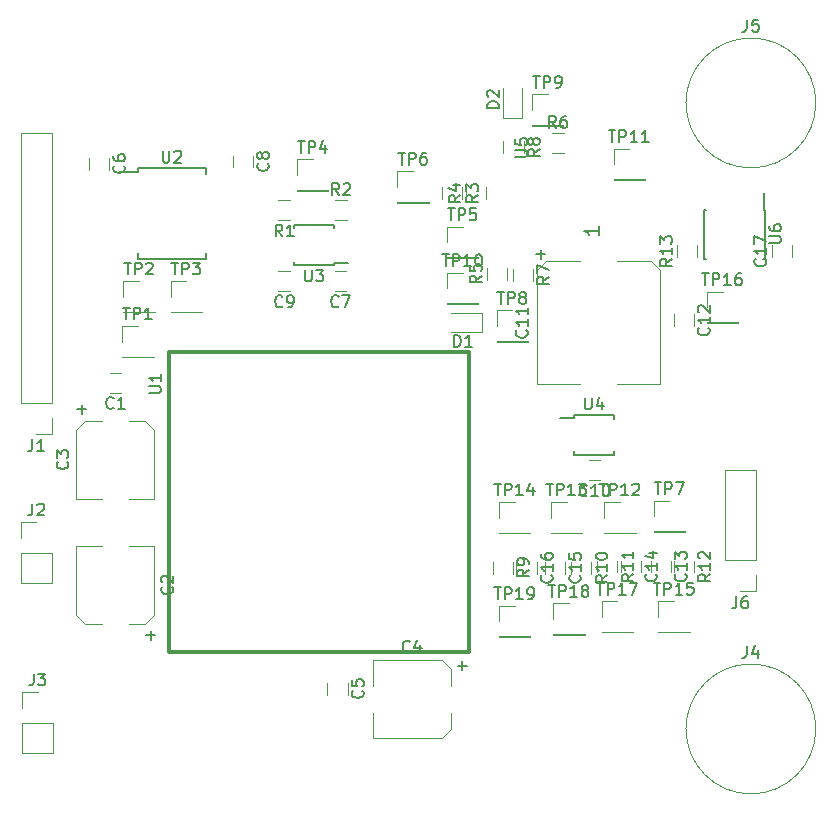
<source format=gbr>
%TF.GenerationSoftware,KiCad,Pcbnew,(5.1.8)-1*%
%TF.CreationDate,2020-12-02T17:51:49+01:00*%
%TF.ProjectId,board,626f6172-642e-46b6-9963-61645f706362,rev?*%
%TF.SameCoordinates,Original*%
%TF.FileFunction,Legend,Top*%
%TF.FilePolarity,Positive*%
%FSLAX46Y46*%
G04 Gerber Fmt 4.6, Leading zero omitted, Abs format (unit mm)*
G04 Created by KiCad (PCBNEW (5.1.8)-1) date 2020-12-02 17:51:49*
%MOMM*%
%LPD*%
G01*
G04 APERTURE LIST*
%ADD10C,0.120000*%
%ADD11C,0.300000*%
%ADD12C,0.150000*%
G04 APERTURE END LIST*
D10*
%TO.C,J6*%
X115430000Y-77730000D02*
X114100000Y-77730000D01*
X115430000Y-76400000D02*
X115430000Y-77730000D01*
X115430000Y-75130000D02*
X112770000Y-75130000D01*
X112770000Y-75130000D02*
X112770000Y-67450000D01*
X115430000Y-75130000D02*
X115430000Y-67450000D01*
X115430000Y-67450000D02*
X112770000Y-67450000D01*
%TO.C,C1*%
X60700000Y-60950000D02*
X61700000Y-60950000D01*
X61700000Y-59250000D02*
X60700000Y-59250000D01*
%TO.C,C2*%
X57900000Y-79740000D02*
X57900000Y-73900000D01*
X58660000Y-80500000D02*
X57900000Y-79740000D01*
X64500000Y-79740000D02*
X63740000Y-80500000D01*
X64500000Y-73900000D02*
X64500000Y-79740000D01*
X58660000Y-80500000D02*
X60080000Y-80500000D01*
X57900000Y-73900000D02*
X60080000Y-73900000D01*
X64500000Y-73900000D02*
X62320000Y-73900000D01*
X63740000Y-80500000D02*
X62320000Y-80500000D01*
%TO.C,C3*%
X58660000Y-63300000D02*
X60080000Y-63300000D01*
X57900000Y-69900000D02*
X60080000Y-69900000D01*
X64500000Y-69900000D02*
X62320000Y-69900000D01*
X63740000Y-63300000D02*
X62320000Y-63300000D01*
X57900000Y-69900000D02*
X57900000Y-64060000D01*
X57900000Y-64060000D02*
X58660000Y-63300000D01*
X63740000Y-63300000D02*
X64500000Y-64060000D01*
X64500000Y-64060000D02*
X64500000Y-69900000D01*
%TO.C,C4*%
X88840000Y-90200000D02*
X83000000Y-90200000D01*
X89600000Y-89440000D02*
X88840000Y-90200000D01*
X88840000Y-83600000D02*
X89600000Y-84360000D01*
X83000000Y-83600000D02*
X88840000Y-83600000D01*
X89600000Y-89440000D02*
X89600000Y-88020000D01*
X83000000Y-90200000D02*
X83000000Y-88020000D01*
X83000000Y-83600000D02*
X83000000Y-85780000D01*
X89600000Y-84360000D02*
X89600000Y-85780000D01*
%TO.C,C5*%
X79150000Y-85500000D02*
X79150000Y-86500000D01*
X80850000Y-86500000D02*
X80850000Y-85500000D01*
%TO.C,C6*%
X58950000Y-41050000D02*
X58950000Y-42050000D01*
X60650000Y-42050000D02*
X60650000Y-41050000D01*
%TO.C,C7*%
X80750000Y-50650000D02*
X79750000Y-50650000D01*
X79750000Y-52350000D02*
X80750000Y-52350000D01*
%TO.C,C8*%
X72850000Y-41850000D02*
X72850000Y-40850000D01*
X71150000Y-40850000D02*
X71150000Y-41850000D01*
%TO.C,C9*%
X75000000Y-52350000D02*
X76000000Y-52350000D01*
X76000000Y-50650000D02*
X75000000Y-50650000D01*
%TO.C,C10*%
X101250000Y-68350000D02*
X102250000Y-68350000D01*
X102250000Y-66650000D02*
X101250000Y-66650000D01*
%TO.C,C11*%
X107310000Y-50550000D02*
X107310000Y-60210000D01*
X106550000Y-49790000D02*
X107310000Y-50550000D01*
X96890000Y-50550000D02*
X97650000Y-49790000D01*
X96890000Y-60210000D02*
X96890000Y-50550000D01*
X107310000Y-60210000D02*
X103660000Y-60210000D01*
X96890000Y-60210000D02*
X100540000Y-60210000D01*
X97650000Y-49790000D02*
X100540000Y-49790000D01*
X106550000Y-49790000D02*
X103660000Y-49790000D01*
%TO.C,C12*%
X110150000Y-55300000D02*
X110150000Y-54300000D01*
X108450000Y-54300000D02*
X108450000Y-55300000D01*
%TO.C,C13*%
X106500000Y-75150000D02*
X106500000Y-76150000D01*
X108200000Y-76150000D02*
X108200000Y-75150000D01*
%TO.C,C14*%
X105700000Y-76150000D02*
X105700000Y-75150000D01*
X104000000Y-75150000D02*
X104000000Y-76150000D01*
%TO.C,C15*%
X97550000Y-75250000D02*
X97550000Y-76250000D01*
X99250000Y-76250000D02*
X99250000Y-75250000D01*
%TO.C,C16*%
X96850000Y-76250000D02*
X96850000Y-75250000D01*
X95150000Y-75250000D02*
X95150000Y-76250000D01*
%TO.C,C17*%
X116750000Y-48450000D02*
X116750000Y-49450000D01*
X118450000Y-49450000D02*
X118450000Y-48450000D01*
%TO.C,D1*%
X92200000Y-55800000D02*
X89600000Y-55800000D01*
X92200000Y-54200000D02*
X89600000Y-54200000D01*
X92200000Y-55800000D02*
X92200000Y-54200000D01*
%TO.C,D2*%
X94000000Y-37700000D02*
X95600000Y-37700000D01*
X95600000Y-37700000D02*
X95600000Y-35100000D01*
X94000000Y-37700000D02*
X94000000Y-35100000D01*
%TO.C,J1*%
X55830000Y-64430000D02*
X54500000Y-64430000D01*
X55830000Y-63100000D02*
X55830000Y-64430000D01*
X55830000Y-61830000D02*
X53170000Y-61830000D01*
X53170000Y-61830000D02*
X53170000Y-38910000D01*
X55830000Y-61830000D02*
X55830000Y-38910000D01*
X55830000Y-38910000D02*
X53170000Y-38910000D01*
%TO.C,J2*%
X53170000Y-71870000D02*
X54500000Y-71870000D01*
X53170000Y-73200000D02*
X53170000Y-71870000D01*
X53170000Y-74470000D02*
X55830000Y-74470000D01*
X55830000Y-74470000D02*
X55830000Y-77070000D01*
X53170000Y-74470000D02*
X53170000Y-77070000D01*
X53170000Y-77070000D02*
X55830000Y-77070000D01*
%TO.C,J3*%
X53270000Y-91470000D02*
X55930000Y-91470000D01*
X53270000Y-88870000D02*
X53270000Y-91470000D01*
X55930000Y-88870000D02*
X55930000Y-91470000D01*
X53270000Y-88870000D02*
X55930000Y-88870000D01*
X53270000Y-87600000D02*
X53270000Y-86270000D01*
X53270000Y-86270000D02*
X54600000Y-86270000D01*
%TO.C,J4*%
X120500000Y-89400000D02*
G75*
G03*
X120500000Y-89400000I-5500000J0D01*
G01*
%TO.C,J5*%
X120500000Y-36400000D02*
G75*
G03*
X120500000Y-36400000I-5500000J0D01*
G01*
%TO.C,R1*%
X76000000Y-44650000D02*
X75000000Y-44650000D01*
X75000000Y-46350000D02*
X76000000Y-46350000D01*
%TO.C,R2*%
X80800000Y-44650000D02*
X79800000Y-44650000D01*
X79800000Y-46350000D02*
X80800000Y-46350000D01*
%TO.C,R3*%
X90550000Y-44550000D02*
X90550000Y-43550000D01*
X88850000Y-43550000D02*
X88850000Y-44550000D01*
%TO.C,R4*%
X90850000Y-43550000D02*
X90850000Y-44550000D01*
X92550000Y-44550000D02*
X92550000Y-43550000D01*
%TO.C,R5*%
X92650000Y-50350000D02*
X92650000Y-51350000D01*
X94350000Y-51350000D02*
X94350000Y-50350000D01*
%TO.C,R6*%
X98150000Y-40650000D02*
X99150000Y-40650000D01*
X99150000Y-38950000D02*
X98150000Y-38950000D01*
%TO.C,R7*%
X94850000Y-50450000D02*
X94850000Y-51450000D01*
X96550000Y-51450000D02*
X96550000Y-50450000D01*
%TO.C,R8*%
X94050000Y-39650000D02*
X94050000Y-40650000D01*
X95750000Y-40650000D02*
X95750000Y-39650000D01*
%TO.C,R9*%
X93150000Y-75250000D02*
X93150000Y-76250000D01*
X94850000Y-76250000D02*
X94850000Y-75250000D01*
%TO.C,R10*%
X99800000Y-75250000D02*
X99800000Y-76250000D01*
X101500000Y-76250000D02*
X101500000Y-75250000D01*
%TO.C,R11*%
X103700000Y-76150000D02*
X103700000Y-75150000D01*
X102000000Y-75150000D02*
X102000000Y-76150000D01*
%TO.C,R12*%
X108500000Y-75150000D02*
X108500000Y-76150000D01*
X110200000Y-76150000D02*
X110200000Y-75150000D01*
%TO.C,R13*%
X110450000Y-49450000D02*
X110450000Y-48450000D01*
X108750000Y-48450000D02*
X108750000Y-49450000D01*
%TO.C,TP1*%
X61770000Y-55270000D02*
X63100000Y-55270000D01*
X61770000Y-56600000D02*
X61770000Y-55270000D01*
X61770000Y-57870000D02*
X64430000Y-57870000D01*
X64430000Y-57870000D02*
X64430000Y-57930000D01*
X61770000Y-57870000D02*
X61770000Y-57930000D01*
X61770000Y-57930000D02*
X64430000Y-57930000D01*
%TO.C,TP2*%
X61870000Y-51470000D02*
X63200000Y-51470000D01*
X61870000Y-52800000D02*
X61870000Y-51470000D01*
X61870000Y-54070000D02*
X64530000Y-54070000D01*
X64530000Y-54070000D02*
X64530000Y-54130000D01*
X61870000Y-54070000D02*
X61870000Y-54130000D01*
X61870000Y-54130000D02*
X64530000Y-54130000D01*
%TO.C,TP3*%
X65870000Y-54130000D02*
X68530000Y-54130000D01*
X65870000Y-54070000D02*
X65870000Y-54130000D01*
X68530000Y-54070000D02*
X68530000Y-54130000D01*
X65870000Y-54070000D02*
X68530000Y-54070000D01*
X65870000Y-52800000D02*
X65870000Y-51470000D01*
X65870000Y-51470000D02*
X67200000Y-51470000D01*
%TO.C,TP4*%
X76570000Y-43830000D02*
X79230000Y-43830000D01*
X76570000Y-43770000D02*
X76570000Y-43830000D01*
X79230000Y-43770000D02*
X79230000Y-43830000D01*
X76570000Y-43770000D02*
X79230000Y-43770000D01*
X76570000Y-42500000D02*
X76570000Y-41170000D01*
X76570000Y-41170000D02*
X77900000Y-41170000D01*
%TO.C,TP5*%
X89270000Y-49530000D02*
X91930000Y-49530000D01*
X89270000Y-49470000D02*
X89270000Y-49530000D01*
X91930000Y-49470000D02*
X91930000Y-49530000D01*
X89270000Y-49470000D02*
X91930000Y-49470000D01*
X89270000Y-48200000D02*
X89270000Y-46870000D01*
X89270000Y-46870000D02*
X90600000Y-46870000D01*
%TO.C,TP6*%
X85070000Y-42170000D02*
X86400000Y-42170000D01*
X85070000Y-43500000D02*
X85070000Y-42170000D01*
X85070000Y-44770000D02*
X87730000Y-44770000D01*
X87730000Y-44770000D02*
X87730000Y-44830000D01*
X85070000Y-44770000D02*
X85070000Y-44830000D01*
X85070000Y-44830000D02*
X87730000Y-44830000D01*
%TO.C,TP7*%
X106770000Y-72730000D02*
X109430000Y-72730000D01*
X106770000Y-72670000D02*
X106770000Y-72730000D01*
X109430000Y-72670000D02*
X109430000Y-72730000D01*
X106770000Y-72670000D02*
X109430000Y-72670000D01*
X106770000Y-71400000D02*
X106770000Y-70070000D01*
X106770000Y-70070000D02*
X108100000Y-70070000D01*
%TO.C,TP8*%
X93470000Y-53970000D02*
X94800000Y-53970000D01*
X93470000Y-55300000D02*
X93470000Y-53970000D01*
X93470000Y-56570000D02*
X96130000Y-56570000D01*
X96130000Y-56570000D02*
X96130000Y-56630000D01*
X93470000Y-56570000D02*
X93470000Y-56630000D01*
X93470000Y-56630000D02*
X96130000Y-56630000D01*
%TO.C,TP9*%
X96470000Y-35670000D02*
X97800000Y-35670000D01*
X96470000Y-37000000D02*
X96470000Y-35670000D01*
X96470000Y-38270000D02*
X99130000Y-38270000D01*
X99130000Y-38270000D02*
X99130000Y-38330000D01*
X96470000Y-38270000D02*
X96470000Y-38330000D01*
X96470000Y-38330000D02*
X99130000Y-38330000D01*
%TO.C,TP10*%
X89270000Y-50770000D02*
X90600000Y-50770000D01*
X89270000Y-52100000D02*
X89270000Y-50770000D01*
X89270000Y-53370000D02*
X91930000Y-53370000D01*
X91930000Y-53370000D02*
X91930000Y-53430000D01*
X89270000Y-53370000D02*
X89270000Y-53430000D01*
X89270000Y-53430000D02*
X91930000Y-53430000D01*
%TO.C,TP11*%
X103370000Y-42930000D02*
X106030000Y-42930000D01*
X103370000Y-42870000D02*
X103370000Y-42930000D01*
X106030000Y-42870000D02*
X106030000Y-42930000D01*
X103370000Y-42870000D02*
X106030000Y-42870000D01*
X103370000Y-41600000D02*
X103370000Y-40270000D01*
X103370000Y-40270000D02*
X104700000Y-40270000D01*
%TO.C,TP12*%
X102570000Y-70170000D02*
X103900000Y-70170000D01*
X102570000Y-71500000D02*
X102570000Y-70170000D01*
X102570000Y-72770000D02*
X105230000Y-72770000D01*
X105230000Y-72770000D02*
X105230000Y-72830000D01*
X102570000Y-72770000D02*
X102570000Y-72830000D01*
X102570000Y-72830000D02*
X105230000Y-72830000D01*
%TO.C,TP13*%
X98070000Y-72830000D02*
X100730000Y-72830000D01*
X98070000Y-72770000D02*
X98070000Y-72830000D01*
X100730000Y-72770000D02*
X100730000Y-72830000D01*
X98070000Y-72770000D02*
X100730000Y-72770000D01*
X98070000Y-71500000D02*
X98070000Y-70170000D01*
X98070000Y-70170000D02*
X99400000Y-70170000D01*
%TO.C,TP14*%
X93670000Y-70170000D02*
X95000000Y-70170000D01*
X93670000Y-71500000D02*
X93670000Y-70170000D01*
X93670000Y-72770000D02*
X96330000Y-72770000D01*
X96330000Y-72770000D02*
X96330000Y-72830000D01*
X93670000Y-72770000D02*
X93670000Y-72830000D01*
X93670000Y-72830000D02*
X96330000Y-72830000D01*
%TO.C,TP15*%
X107170000Y-81230000D02*
X109830000Y-81230000D01*
X107170000Y-81170000D02*
X107170000Y-81230000D01*
X109830000Y-81170000D02*
X109830000Y-81230000D01*
X107170000Y-81170000D02*
X109830000Y-81170000D01*
X107170000Y-79900000D02*
X107170000Y-78570000D01*
X107170000Y-78570000D02*
X108500000Y-78570000D01*
%TO.C,TP16*%
X111270000Y-55030000D02*
X113930000Y-55030000D01*
X111270000Y-54970000D02*
X111270000Y-55030000D01*
X113930000Y-54970000D02*
X113930000Y-55030000D01*
X111270000Y-54970000D02*
X113930000Y-54970000D01*
X111270000Y-53700000D02*
X111270000Y-52370000D01*
X111270000Y-52370000D02*
X112600000Y-52370000D01*
%TO.C,TP17*%
X102370000Y-81230000D02*
X105030000Y-81230000D01*
X102370000Y-81170000D02*
X102370000Y-81230000D01*
X105030000Y-81170000D02*
X105030000Y-81230000D01*
X102370000Y-81170000D02*
X105030000Y-81170000D01*
X102370000Y-79900000D02*
X102370000Y-78570000D01*
X102370000Y-78570000D02*
X103700000Y-78570000D01*
%TO.C,TP18*%
X98270000Y-78770000D02*
X99600000Y-78770000D01*
X98270000Y-80100000D02*
X98270000Y-78770000D01*
X98270000Y-81370000D02*
X100930000Y-81370000D01*
X100930000Y-81370000D02*
X100930000Y-81430000D01*
X98270000Y-81370000D02*
X98270000Y-81430000D01*
X98270000Y-81430000D02*
X100930000Y-81430000D01*
%TO.C,TP19*%
X93670000Y-78970000D02*
X95000000Y-78970000D01*
X93670000Y-80300000D02*
X93670000Y-78970000D01*
X93670000Y-81570000D02*
X96330000Y-81570000D01*
X96330000Y-81570000D02*
X96330000Y-81630000D01*
X93670000Y-81570000D02*
X93670000Y-81630000D01*
X93670000Y-81630000D02*
X96330000Y-81630000D01*
D11*
%TO.C,U1*%
X91140000Y-57500000D02*
X65740000Y-57500000D01*
X65740000Y-57500000D02*
X65740000Y-82900000D01*
X65740000Y-82900000D02*
X91140000Y-82900000D01*
X91140000Y-82900000D02*
X91140000Y-57500000D01*
D12*
%TO.C,U2*%
X63075000Y-42275000D02*
X61475000Y-42275000D01*
X63075000Y-49575000D02*
X68825000Y-49575000D01*
X63075000Y-41925000D02*
X68825000Y-41925000D01*
X63075000Y-49575000D02*
X63075000Y-49125000D01*
X68825000Y-49575000D02*
X68825000Y-49125000D01*
X68825000Y-41925000D02*
X68825000Y-42375000D01*
X63075000Y-41925000D02*
X63075000Y-42275000D01*
%TO.C,U3*%
X79675000Y-49950000D02*
X80925000Y-49950000D01*
X79675000Y-46775000D02*
X76325000Y-46775000D01*
X79675000Y-50125000D02*
X76325000Y-50125000D01*
X79675000Y-46775000D02*
X79675000Y-47025000D01*
X76325000Y-46775000D02*
X76325000Y-47025000D01*
X76325000Y-50125000D02*
X76325000Y-49875000D01*
X79675000Y-50125000D02*
X79675000Y-49950000D01*
%TO.C,U4*%
X100025000Y-63050000D02*
X98800000Y-63050000D01*
X100025000Y-66175000D02*
X103375000Y-66175000D01*
X100025000Y-62825000D02*
X103375000Y-62825000D01*
X100025000Y-66175000D02*
X100025000Y-65875000D01*
X103375000Y-66175000D02*
X103375000Y-65875000D01*
X103375000Y-62825000D02*
X103375000Y-63125000D01*
X100025000Y-62825000D02*
X100025000Y-63050000D01*
%TO.C,U6*%
X116125000Y-45425000D02*
X116125000Y-44025000D01*
X111025000Y-45425000D02*
X111025000Y-49575000D01*
X116175000Y-45425000D02*
X116175000Y-49575000D01*
X111025000Y-45425000D02*
X111170000Y-45425000D01*
X111025000Y-49575000D02*
X111170000Y-49575000D01*
X116175000Y-49575000D02*
X116030000Y-49575000D01*
X116175000Y-45425000D02*
X116125000Y-45425000D01*
%TO.C,J6*%
X113766666Y-78182380D02*
X113766666Y-78896666D01*
X113719047Y-79039523D01*
X113623809Y-79134761D01*
X113480952Y-79182380D01*
X113385714Y-79182380D01*
X114671428Y-78182380D02*
X114480952Y-78182380D01*
X114385714Y-78230000D01*
X114338095Y-78277619D01*
X114242857Y-78420476D01*
X114195238Y-78610952D01*
X114195238Y-78991904D01*
X114242857Y-79087142D01*
X114290476Y-79134761D01*
X114385714Y-79182380D01*
X114576190Y-79182380D01*
X114671428Y-79134761D01*
X114719047Y-79087142D01*
X114766666Y-78991904D01*
X114766666Y-78753809D01*
X114719047Y-78658571D01*
X114671428Y-78610952D01*
X114576190Y-78563333D01*
X114385714Y-78563333D01*
X114290476Y-78610952D01*
X114242857Y-78658571D01*
X114195238Y-78753809D01*
%TO.C,C1*%
X61033333Y-62207142D02*
X60985714Y-62254761D01*
X60842857Y-62302380D01*
X60747619Y-62302380D01*
X60604761Y-62254761D01*
X60509523Y-62159523D01*
X60461904Y-62064285D01*
X60414285Y-61873809D01*
X60414285Y-61730952D01*
X60461904Y-61540476D01*
X60509523Y-61445238D01*
X60604761Y-61350000D01*
X60747619Y-61302380D01*
X60842857Y-61302380D01*
X60985714Y-61350000D01*
X61033333Y-61397619D01*
X61985714Y-62302380D02*
X61414285Y-62302380D01*
X61700000Y-62302380D02*
X61700000Y-61302380D01*
X61604761Y-61445238D01*
X61509523Y-61540476D01*
X61414285Y-61588095D01*
%TO.C,C2*%
X65987142Y-77366666D02*
X66034761Y-77414285D01*
X66082380Y-77557142D01*
X66082380Y-77652380D01*
X66034761Y-77795238D01*
X65939523Y-77890476D01*
X65844285Y-77938095D01*
X65653809Y-77985714D01*
X65510952Y-77985714D01*
X65320476Y-77938095D01*
X65225238Y-77890476D01*
X65130000Y-77795238D01*
X65082380Y-77652380D01*
X65082380Y-77557142D01*
X65130000Y-77414285D01*
X65177619Y-77366666D01*
X65177619Y-76985714D02*
X65130000Y-76938095D01*
X65082380Y-76842857D01*
X65082380Y-76604761D01*
X65130000Y-76509523D01*
X65177619Y-76461904D01*
X65272857Y-76414285D01*
X65368095Y-76414285D01*
X65510952Y-76461904D01*
X66082380Y-77033333D01*
X66082380Y-76414285D01*
X64181428Y-81860952D02*
X64181428Y-81099047D01*
X64562380Y-81480000D02*
X63800476Y-81480000D01*
%TO.C,C3*%
X57127142Y-66766666D02*
X57174761Y-66814285D01*
X57222380Y-66957142D01*
X57222380Y-67052380D01*
X57174761Y-67195238D01*
X57079523Y-67290476D01*
X56984285Y-67338095D01*
X56793809Y-67385714D01*
X56650952Y-67385714D01*
X56460476Y-67338095D01*
X56365238Y-67290476D01*
X56270000Y-67195238D01*
X56222380Y-67052380D01*
X56222380Y-66957142D01*
X56270000Y-66814285D01*
X56317619Y-66766666D01*
X56222380Y-66433333D02*
X56222380Y-65814285D01*
X56603333Y-66147619D01*
X56603333Y-66004761D01*
X56650952Y-65909523D01*
X56698571Y-65861904D01*
X56793809Y-65814285D01*
X57031904Y-65814285D01*
X57127142Y-65861904D01*
X57174761Y-65909523D01*
X57222380Y-66004761D01*
X57222380Y-66290476D01*
X57174761Y-66385714D01*
X57127142Y-66433333D01*
X58361428Y-62700952D02*
X58361428Y-61939047D01*
X58742380Y-62320000D02*
X57980476Y-62320000D01*
%TO.C,C4*%
X86133333Y-82827142D02*
X86085714Y-82874761D01*
X85942857Y-82922380D01*
X85847619Y-82922380D01*
X85704761Y-82874761D01*
X85609523Y-82779523D01*
X85561904Y-82684285D01*
X85514285Y-82493809D01*
X85514285Y-82350952D01*
X85561904Y-82160476D01*
X85609523Y-82065238D01*
X85704761Y-81970000D01*
X85847619Y-81922380D01*
X85942857Y-81922380D01*
X86085714Y-81970000D01*
X86133333Y-82017619D01*
X86990476Y-82255714D02*
X86990476Y-82922380D01*
X86752380Y-81874761D02*
X86514285Y-82589047D01*
X87133333Y-82589047D01*
X90199047Y-84061428D02*
X90960952Y-84061428D01*
X90580000Y-84442380D02*
X90580000Y-83680476D01*
%TO.C,C5*%
X82107142Y-86166666D02*
X82154761Y-86214285D01*
X82202380Y-86357142D01*
X82202380Y-86452380D01*
X82154761Y-86595238D01*
X82059523Y-86690476D01*
X81964285Y-86738095D01*
X81773809Y-86785714D01*
X81630952Y-86785714D01*
X81440476Y-86738095D01*
X81345238Y-86690476D01*
X81250000Y-86595238D01*
X81202380Y-86452380D01*
X81202380Y-86357142D01*
X81250000Y-86214285D01*
X81297619Y-86166666D01*
X81202380Y-85261904D02*
X81202380Y-85738095D01*
X81678571Y-85785714D01*
X81630952Y-85738095D01*
X81583333Y-85642857D01*
X81583333Y-85404761D01*
X81630952Y-85309523D01*
X81678571Y-85261904D01*
X81773809Y-85214285D01*
X82011904Y-85214285D01*
X82107142Y-85261904D01*
X82154761Y-85309523D01*
X82202380Y-85404761D01*
X82202380Y-85642857D01*
X82154761Y-85738095D01*
X82107142Y-85785714D01*
%TO.C,C6*%
X61907142Y-41716666D02*
X61954761Y-41764285D01*
X62002380Y-41907142D01*
X62002380Y-42002380D01*
X61954761Y-42145238D01*
X61859523Y-42240476D01*
X61764285Y-42288095D01*
X61573809Y-42335714D01*
X61430952Y-42335714D01*
X61240476Y-42288095D01*
X61145238Y-42240476D01*
X61050000Y-42145238D01*
X61002380Y-42002380D01*
X61002380Y-41907142D01*
X61050000Y-41764285D01*
X61097619Y-41716666D01*
X61002380Y-40859523D02*
X61002380Y-41050000D01*
X61050000Y-41145238D01*
X61097619Y-41192857D01*
X61240476Y-41288095D01*
X61430952Y-41335714D01*
X61811904Y-41335714D01*
X61907142Y-41288095D01*
X61954761Y-41240476D01*
X62002380Y-41145238D01*
X62002380Y-40954761D01*
X61954761Y-40859523D01*
X61907142Y-40811904D01*
X61811904Y-40764285D01*
X61573809Y-40764285D01*
X61478571Y-40811904D01*
X61430952Y-40859523D01*
X61383333Y-40954761D01*
X61383333Y-41145238D01*
X61430952Y-41240476D01*
X61478571Y-41288095D01*
X61573809Y-41335714D01*
%TO.C,C7*%
X80083333Y-53607142D02*
X80035714Y-53654761D01*
X79892857Y-53702380D01*
X79797619Y-53702380D01*
X79654761Y-53654761D01*
X79559523Y-53559523D01*
X79511904Y-53464285D01*
X79464285Y-53273809D01*
X79464285Y-53130952D01*
X79511904Y-52940476D01*
X79559523Y-52845238D01*
X79654761Y-52750000D01*
X79797619Y-52702380D01*
X79892857Y-52702380D01*
X80035714Y-52750000D01*
X80083333Y-52797619D01*
X80416666Y-52702380D02*
X81083333Y-52702380D01*
X80654761Y-53702380D01*
%TO.C,C8*%
X74107142Y-41516666D02*
X74154761Y-41564285D01*
X74202380Y-41707142D01*
X74202380Y-41802380D01*
X74154761Y-41945238D01*
X74059523Y-42040476D01*
X73964285Y-42088095D01*
X73773809Y-42135714D01*
X73630952Y-42135714D01*
X73440476Y-42088095D01*
X73345238Y-42040476D01*
X73250000Y-41945238D01*
X73202380Y-41802380D01*
X73202380Y-41707142D01*
X73250000Y-41564285D01*
X73297619Y-41516666D01*
X73630952Y-40945238D02*
X73583333Y-41040476D01*
X73535714Y-41088095D01*
X73440476Y-41135714D01*
X73392857Y-41135714D01*
X73297619Y-41088095D01*
X73250000Y-41040476D01*
X73202380Y-40945238D01*
X73202380Y-40754761D01*
X73250000Y-40659523D01*
X73297619Y-40611904D01*
X73392857Y-40564285D01*
X73440476Y-40564285D01*
X73535714Y-40611904D01*
X73583333Y-40659523D01*
X73630952Y-40754761D01*
X73630952Y-40945238D01*
X73678571Y-41040476D01*
X73726190Y-41088095D01*
X73821428Y-41135714D01*
X74011904Y-41135714D01*
X74107142Y-41088095D01*
X74154761Y-41040476D01*
X74202380Y-40945238D01*
X74202380Y-40754761D01*
X74154761Y-40659523D01*
X74107142Y-40611904D01*
X74011904Y-40564285D01*
X73821428Y-40564285D01*
X73726190Y-40611904D01*
X73678571Y-40659523D01*
X73630952Y-40754761D01*
%TO.C,C9*%
X75333333Y-53607142D02*
X75285714Y-53654761D01*
X75142857Y-53702380D01*
X75047619Y-53702380D01*
X74904761Y-53654761D01*
X74809523Y-53559523D01*
X74761904Y-53464285D01*
X74714285Y-53273809D01*
X74714285Y-53130952D01*
X74761904Y-52940476D01*
X74809523Y-52845238D01*
X74904761Y-52750000D01*
X75047619Y-52702380D01*
X75142857Y-52702380D01*
X75285714Y-52750000D01*
X75333333Y-52797619D01*
X75809523Y-53702380D02*
X76000000Y-53702380D01*
X76095238Y-53654761D01*
X76142857Y-53607142D01*
X76238095Y-53464285D01*
X76285714Y-53273809D01*
X76285714Y-52892857D01*
X76238095Y-52797619D01*
X76190476Y-52750000D01*
X76095238Y-52702380D01*
X75904761Y-52702380D01*
X75809523Y-52750000D01*
X75761904Y-52797619D01*
X75714285Y-52892857D01*
X75714285Y-53130952D01*
X75761904Y-53226190D01*
X75809523Y-53273809D01*
X75904761Y-53321428D01*
X76095238Y-53321428D01*
X76190476Y-53273809D01*
X76238095Y-53226190D01*
X76285714Y-53130952D01*
%TO.C,C10*%
X101107142Y-69607142D02*
X101059523Y-69654761D01*
X100916666Y-69702380D01*
X100821428Y-69702380D01*
X100678571Y-69654761D01*
X100583333Y-69559523D01*
X100535714Y-69464285D01*
X100488095Y-69273809D01*
X100488095Y-69130952D01*
X100535714Y-68940476D01*
X100583333Y-68845238D01*
X100678571Y-68750000D01*
X100821428Y-68702380D01*
X100916666Y-68702380D01*
X101059523Y-68750000D01*
X101107142Y-68797619D01*
X102059523Y-69702380D02*
X101488095Y-69702380D01*
X101773809Y-69702380D02*
X101773809Y-68702380D01*
X101678571Y-68845238D01*
X101583333Y-68940476D01*
X101488095Y-68988095D01*
X102678571Y-68702380D02*
X102773809Y-68702380D01*
X102869047Y-68750000D01*
X102916666Y-68797619D01*
X102964285Y-68892857D01*
X103011904Y-69083333D01*
X103011904Y-69321428D01*
X102964285Y-69511904D01*
X102916666Y-69607142D01*
X102869047Y-69654761D01*
X102773809Y-69702380D01*
X102678571Y-69702380D01*
X102583333Y-69654761D01*
X102535714Y-69607142D01*
X102488095Y-69511904D01*
X102440476Y-69321428D01*
X102440476Y-69083333D01*
X102488095Y-68892857D01*
X102535714Y-68797619D01*
X102583333Y-68750000D01*
X102678571Y-68702380D01*
%TO.C,C11*%
X95997142Y-55642857D02*
X96044761Y-55690476D01*
X96092380Y-55833333D01*
X96092380Y-55928571D01*
X96044761Y-56071428D01*
X95949523Y-56166666D01*
X95854285Y-56214285D01*
X95663809Y-56261904D01*
X95520952Y-56261904D01*
X95330476Y-56214285D01*
X95235238Y-56166666D01*
X95140000Y-56071428D01*
X95092380Y-55928571D01*
X95092380Y-55833333D01*
X95140000Y-55690476D01*
X95187619Y-55642857D01*
X96092380Y-54690476D02*
X96092380Y-55261904D01*
X96092380Y-54976190D02*
X95092380Y-54976190D01*
X95235238Y-55071428D01*
X95330476Y-55166666D01*
X95378095Y-55261904D01*
X96092380Y-53738095D02*
X96092380Y-54309523D01*
X96092380Y-54023809D02*
X95092380Y-54023809D01*
X95235238Y-54119047D01*
X95330476Y-54214285D01*
X95378095Y-54309523D01*
X97201428Y-49600952D02*
X97201428Y-48839047D01*
X97582380Y-49220000D02*
X96820476Y-49220000D01*
%TO.C,C12*%
X111407142Y-55442857D02*
X111454761Y-55490476D01*
X111502380Y-55633333D01*
X111502380Y-55728571D01*
X111454761Y-55871428D01*
X111359523Y-55966666D01*
X111264285Y-56014285D01*
X111073809Y-56061904D01*
X110930952Y-56061904D01*
X110740476Y-56014285D01*
X110645238Y-55966666D01*
X110550000Y-55871428D01*
X110502380Y-55728571D01*
X110502380Y-55633333D01*
X110550000Y-55490476D01*
X110597619Y-55442857D01*
X111502380Y-54490476D02*
X111502380Y-55061904D01*
X111502380Y-54776190D02*
X110502380Y-54776190D01*
X110645238Y-54871428D01*
X110740476Y-54966666D01*
X110788095Y-55061904D01*
X110597619Y-54109523D02*
X110550000Y-54061904D01*
X110502380Y-53966666D01*
X110502380Y-53728571D01*
X110550000Y-53633333D01*
X110597619Y-53585714D01*
X110692857Y-53538095D01*
X110788095Y-53538095D01*
X110930952Y-53585714D01*
X111502380Y-54157142D01*
X111502380Y-53538095D01*
%TO.C,C13*%
X109457142Y-76292857D02*
X109504761Y-76340476D01*
X109552380Y-76483333D01*
X109552380Y-76578571D01*
X109504761Y-76721428D01*
X109409523Y-76816666D01*
X109314285Y-76864285D01*
X109123809Y-76911904D01*
X108980952Y-76911904D01*
X108790476Y-76864285D01*
X108695238Y-76816666D01*
X108600000Y-76721428D01*
X108552380Y-76578571D01*
X108552380Y-76483333D01*
X108600000Y-76340476D01*
X108647619Y-76292857D01*
X109552380Y-75340476D02*
X109552380Y-75911904D01*
X109552380Y-75626190D02*
X108552380Y-75626190D01*
X108695238Y-75721428D01*
X108790476Y-75816666D01*
X108838095Y-75911904D01*
X108552380Y-75007142D02*
X108552380Y-74388095D01*
X108933333Y-74721428D01*
X108933333Y-74578571D01*
X108980952Y-74483333D01*
X109028571Y-74435714D01*
X109123809Y-74388095D01*
X109361904Y-74388095D01*
X109457142Y-74435714D01*
X109504761Y-74483333D01*
X109552380Y-74578571D01*
X109552380Y-74864285D01*
X109504761Y-74959523D01*
X109457142Y-75007142D01*
%TO.C,C14*%
X106957142Y-76292857D02*
X107004761Y-76340476D01*
X107052380Y-76483333D01*
X107052380Y-76578571D01*
X107004761Y-76721428D01*
X106909523Y-76816666D01*
X106814285Y-76864285D01*
X106623809Y-76911904D01*
X106480952Y-76911904D01*
X106290476Y-76864285D01*
X106195238Y-76816666D01*
X106100000Y-76721428D01*
X106052380Y-76578571D01*
X106052380Y-76483333D01*
X106100000Y-76340476D01*
X106147619Y-76292857D01*
X107052380Y-75340476D02*
X107052380Y-75911904D01*
X107052380Y-75626190D02*
X106052380Y-75626190D01*
X106195238Y-75721428D01*
X106290476Y-75816666D01*
X106338095Y-75911904D01*
X106385714Y-74483333D02*
X107052380Y-74483333D01*
X106004761Y-74721428D02*
X106719047Y-74959523D01*
X106719047Y-74340476D01*
%TO.C,C15*%
X100507142Y-76392857D02*
X100554761Y-76440476D01*
X100602380Y-76583333D01*
X100602380Y-76678571D01*
X100554761Y-76821428D01*
X100459523Y-76916666D01*
X100364285Y-76964285D01*
X100173809Y-77011904D01*
X100030952Y-77011904D01*
X99840476Y-76964285D01*
X99745238Y-76916666D01*
X99650000Y-76821428D01*
X99602380Y-76678571D01*
X99602380Y-76583333D01*
X99650000Y-76440476D01*
X99697619Y-76392857D01*
X100602380Y-75440476D02*
X100602380Y-76011904D01*
X100602380Y-75726190D02*
X99602380Y-75726190D01*
X99745238Y-75821428D01*
X99840476Y-75916666D01*
X99888095Y-76011904D01*
X99602380Y-74535714D02*
X99602380Y-75011904D01*
X100078571Y-75059523D01*
X100030952Y-75011904D01*
X99983333Y-74916666D01*
X99983333Y-74678571D01*
X100030952Y-74583333D01*
X100078571Y-74535714D01*
X100173809Y-74488095D01*
X100411904Y-74488095D01*
X100507142Y-74535714D01*
X100554761Y-74583333D01*
X100602380Y-74678571D01*
X100602380Y-74916666D01*
X100554761Y-75011904D01*
X100507142Y-75059523D01*
%TO.C,C16*%
X98107142Y-76392857D02*
X98154761Y-76440476D01*
X98202380Y-76583333D01*
X98202380Y-76678571D01*
X98154761Y-76821428D01*
X98059523Y-76916666D01*
X97964285Y-76964285D01*
X97773809Y-77011904D01*
X97630952Y-77011904D01*
X97440476Y-76964285D01*
X97345238Y-76916666D01*
X97250000Y-76821428D01*
X97202380Y-76678571D01*
X97202380Y-76583333D01*
X97250000Y-76440476D01*
X97297619Y-76392857D01*
X98202380Y-75440476D02*
X98202380Y-76011904D01*
X98202380Y-75726190D02*
X97202380Y-75726190D01*
X97345238Y-75821428D01*
X97440476Y-75916666D01*
X97488095Y-76011904D01*
X97202380Y-74583333D02*
X97202380Y-74773809D01*
X97250000Y-74869047D01*
X97297619Y-74916666D01*
X97440476Y-75011904D01*
X97630952Y-75059523D01*
X98011904Y-75059523D01*
X98107142Y-75011904D01*
X98154761Y-74964285D01*
X98202380Y-74869047D01*
X98202380Y-74678571D01*
X98154761Y-74583333D01*
X98107142Y-74535714D01*
X98011904Y-74488095D01*
X97773809Y-74488095D01*
X97678571Y-74535714D01*
X97630952Y-74583333D01*
X97583333Y-74678571D01*
X97583333Y-74869047D01*
X97630952Y-74964285D01*
X97678571Y-75011904D01*
X97773809Y-75059523D01*
%TO.C,C17*%
X116207142Y-49592857D02*
X116254761Y-49640476D01*
X116302380Y-49783333D01*
X116302380Y-49878571D01*
X116254761Y-50021428D01*
X116159523Y-50116666D01*
X116064285Y-50164285D01*
X115873809Y-50211904D01*
X115730952Y-50211904D01*
X115540476Y-50164285D01*
X115445238Y-50116666D01*
X115350000Y-50021428D01*
X115302380Y-49878571D01*
X115302380Y-49783333D01*
X115350000Y-49640476D01*
X115397619Y-49592857D01*
X116302380Y-48640476D02*
X116302380Y-49211904D01*
X116302380Y-48926190D02*
X115302380Y-48926190D01*
X115445238Y-49021428D01*
X115540476Y-49116666D01*
X115588095Y-49211904D01*
X115302380Y-48307142D02*
X115302380Y-47640476D01*
X116302380Y-48069047D01*
%TO.C,D1*%
X89861904Y-57052380D02*
X89861904Y-56052380D01*
X90100000Y-56052380D01*
X90242857Y-56100000D01*
X90338095Y-56195238D01*
X90385714Y-56290476D01*
X90433333Y-56480952D01*
X90433333Y-56623809D01*
X90385714Y-56814285D01*
X90338095Y-56909523D01*
X90242857Y-57004761D01*
X90100000Y-57052380D01*
X89861904Y-57052380D01*
X91385714Y-57052380D02*
X90814285Y-57052380D01*
X91100000Y-57052380D02*
X91100000Y-56052380D01*
X91004761Y-56195238D01*
X90909523Y-56290476D01*
X90814285Y-56338095D01*
%TO.C,D2*%
X93652380Y-36838095D02*
X92652380Y-36838095D01*
X92652380Y-36600000D01*
X92700000Y-36457142D01*
X92795238Y-36361904D01*
X92890476Y-36314285D01*
X93080952Y-36266666D01*
X93223809Y-36266666D01*
X93414285Y-36314285D01*
X93509523Y-36361904D01*
X93604761Y-36457142D01*
X93652380Y-36600000D01*
X93652380Y-36838095D01*
X92747619Y-35885714D02*
X92700000Y-35838095D01*
X92652380Y-35742857D01*
X92652380Y-35504761D01*
X92700000Y-35409523D01*
X92747619Y-35361904D01*
X92842857Y-35314285D01*
X92938095Y-35314285D01*
X93080952Y-35361904D01*
X93652380Y-35933333D01*
X93652380Y-35314285D01*
%TO.C,J1*%
X54166666Y-64882380D02*
X54166666Y-65596666D01*
X54119047Y-65739523D01*
X54023809Y-65834761D01*
X53880952Y-65882380D01*
X53785714Y-65882380D01*
X55166666Y-65882380D02*
X54595238Y-65882380D01*
X54880952Y-65882380D02*
X54880952Y-64882380D01*
X54785714Y-65025238D01*
X54690476Y-65120476D01*
X54595238Y-65168095D01*
%TO.C,J2*%
X54166666Y-70322380D02*
X54166666Y-71036666D01*
X54119047Y-71179523D01*
X54023809Y-71274761D01*
X53880952Y-71322380D01*
X53785714Y-71322380D01*
X54595238Y-70417619D02*
X54642857Y-70370000D01*
X54738095Y-70322380D01*
X54976190Y-70322380D01*
X55071428Y-70370000D01*
X55119047Y-70417619D01*
X55166666Y-70512857D01*
X55166666Y-70608095D01*
X55119047Y-70750952D01*
X54547619Y-71322380D01*
X55166666Y-71322380D01*
%TO.C,J3*%
X54266666Y-84722380D02*
X54266666Y-85436666D01*
X54219047Y-85579523D01*
X54123809Y-85674761D01*
X53980952Y-85722380D01*
X53885714Y-85722380D01*
X54647619Y-84722380D02*
X55266666Y-84722380D01*
X54933333Y-85103333D01*
X55076190Y-85103333D01*
X55171428Y-85150952D01*
X55219047Y-85198571D01*
X55266666Y-85293809D01*
X55266666Y-85531904D01*
X55219047Y-85627142D01*
X55171428Y-85674761D01*
X55076190Y-85722380D01*
X54790476Y-85722380D01*
X54695238Y-85674761D01*
X54647619Y-85627142D01*
%TO.C,J4*%
X114666666Y-82352380D02*
X114666666Y-83066666D01*
X114619047Y-83209523D01*
X114523809Y-83304761D01*
X114380952Y-83352380D01*
X114285714Y-83352380D01*
X115571428Y-82685714D02*
X115571428Y-83352380D01*
X115333333Y-82304761D02*
X115095238Y-83019047D01*
X115714285Y-83019047D01*
%TO.C,J5*%
X114666666Y-29352380D02*
X114666666Y-30066666D01*
X114619047Y-30209523D01*
X114523809Y-30304761D01*
X114380952Y-30352380D01*
X114285714Y-30352380D01*
X115619047Y-29352380D02*
X115142857Y-29352380D01*
X115095238Y-29828571D01*
X115142857Y-29780952D01*
X115238095Y-29733333D01*
X115476190Y-29733333D01*
X115571428Y-29780952D01*
X115619047Y-29828571D01*
X115666666Y-29923809D01*
X115666666Y-30161904D01*
X115619047Y-30257142D01*
X115571428Y-30304761D01*
X115476190Y-30352380D01*
X115238095Y-30352380D01*
X115142857Y-30304761D01*
X115095238Y-30257142D01*
%TO.C,R1*%
X75333333Y-47702380D02*
X75000000Y-47226190D01*
X74761904Y-47702380D02*
X74761904Y-46702380D01*
X75142857Y-46702380D01*
X75238095Y-46750000D01*
X75285714Y-46797619D01*
X75333333Y-46892857D01*
X75333333Y-47035714D01*
X75285714Y-47130952D01*
X75238095Y-47178571D01*
X75142857Y-47226190D01*
X74761904Y-47226190D01*
X76285714Y-47702380D02*
X75714285Y-47702380D01*
X76000000Y-47702380D02*
X76000000Y-46702380D01*
X75904761Y-46845238D01*
X75809523Y-46940476D01*
X75714285Y-46988095D01*
%TO.C,R2*%
X80133333Y-44202380D02*
X79800000Y-43726190D01*
X79561904Y-44202380D02*
X79561904Y-43202380D01*
X79942857Y-43202380D01*
X80038095Y-43250000D01*
X80085714Y-43297619D01*
X80133333Y-43392857D01*
X80133333Y-43535714D01*
X80085714Y-43630952D01*
X80038095Y-43678571D01*
X79942857Y-43726190D01*
X79561904Y-43726190D01*
X80514285Y-43297619D02*
X80561904Y-43250000D01*
X80657142Y-43202380D01*
X80895238Y-43202380D01*
X80990476Y-43250000D01*
X81038095Y-43297619D01*
X81085714Y-43392857D01*
X81085714Y-43488095D01*
X81038095Y-43630952D01*
X80466666Y-44202380D01*
X81085714Y-44202380D01*
%TO.C,R3*%
X91902380Y-44216666D02*
X91426190Y-44550000D01*
X91902380Y-44788095D02*
X90902380Y-44788095D01*
X90902380Y-44407142D01*
X90950000Y-44311904D01*
X90997619Y-44264285D01*
X91092857Y-44216666D01*
X91235714Y-44216666D01*
X91330952Y-44264285D01*
X91378571Y-44311904D01*
X91426190Y-44407142D01*
X91426190Y-44788095D01*
X90902380Y-43883333D02*
X90902380Y-43264285D01*
X91283333Y-43597619D01*
X91283333Y-43454761D01*
X91330952Y-43359523D01*
X91378571Y-43311904D01*
X91473809Y-43264285D01*
X91711904Y-43264285D01*
X91807142Y-43311904D01*
X91854761Y-43359523D01*
X91902380Y-43454761D01*
X91902380Y-43740476D01*
X91854761Y-43835714D01*
X91807142Y-43883333D01*
%TO.C,R4*%
X90402380Y-44216666D02*
X89926190Y-44550000D01*
X90402380Y-44788095D02*
X89402380Y-44788095D01*
X89402380Y-44407142D01*
X89450000Y-44311904D01*
X89497619Y-44264285D01*
X89592857Y-44216666D01*
X89735714Y-44216666D01*
X89830952Y-44264285D01*
X89878571Y-44311904D01*
X89926190Y-44407142D01*
X89926190Y-44788095D01*
X89735714Y-43359523D02*
X90402380Y-43359523D01*
X89354761Y-43597619D02*
X90069047Y-43835714D01*
X90069047Y-43216666D01*
%TO.C,R5*%
X92202380Y-51016666D02*
X91726190Y-51350000D01*
X92202380Y-51588095D02*
X91202380Y-51588095D01*
X91202380Y-51207142D01*
X91250000Y-51111904D01*
X91297619Y-51064285D01*
X91392857Y-51016666D01*
X91535714Y-51016666D01*
X91630952Y-51064285D01*
X91678571Y-51111904D01*
X91726190Y-51207142D01*
X91726190Y-51588095D01*
X91202380Y-50111904D02*
X91202380Y-50588095D01*
X91678571Y-50635714D01*
X91630952Y-50588095D01*
X91583333Y-50492857D01*
X91583333Y-50254761D01*
X91630952Y-50159523D01*
X91678571Y-50111904D01*
X91773809Y-50064285D01*
X92011904Y-50064285D01*
X92107142Y-50111904D01*
X92154761Y-50159523D01*
X92202380Y-50254761D01*
X92202380Y-50492857D01*
X92154761Y-50588095D01*
X92107142Y-50635714D01*
%TO.C,R6*%
X98483333Y-38502380D02*
X98150000Y-38026190D01*
X97911904Y-38502380D02*
X97911904Y-37502380D01*
X98292857Y-37502380D01*
X98388095Y-37550000D01*
X98435714Y-37597619D01*
X98483333Y-37692857D01*
X98483333Y-37835714D01*
X98435714Y-37930952D01*
X98388095Y-37978571D01*
X98292857Y-38026190D01*
X97911904Y-38026190D01*
X99340476Y-37502380D02*
X99150000Y-37502380D01*
X99054761Y-37550000D01*
X99007142Y-37597619D01*
X98911904Y-37740476D01*
X98864285Y-37930952D01*
X98864285Y-38311904D01*
X98911904Y-38407142D01*
X98959523Y-38454761D01*
X99054761Y-38502380D01*
X99245238Y-38502380D01*
X99340476Y-38454761D01*
X99388095Y-38407142D01*
X99435714Y-38311904D01*
X99435714Y-38073809D01*
X99388095Y-37978571D01*
X99340476Y-37930952D01*
X99245238Y-37883333D01*
X99054761Y-37883333D01*
X98959523Y-37930952D01*
X98911904Y-37978571D01*
X98864285Y-38073809D01*
%TO.C,R7*%
X97902380Y-51116666D02*
X97426190Y-51450000D01*
X97902380Y-51688095D02*
X96902380Y-51688095D01*
X96902380Y-51307142D01*
X96950000Y-51211904D01*
X96997619Y-51164285D01*
X97092857Y-51116666D01*
X97235714Y-51116666D01*
X97330952Y-51164285D01*
X97378571Y-51211904D01*
X97426190Y-51307142D01*
X97426190Y-51688095D01*
X96902380Y-50783333D02*
X96902380Y-50116666D01*
X97902380Y-50545238D01*
%TO.C,R8*%
X97102380Y-40316666D02*
X96626190Y-40650000D01*
X97102380Y-40888095D02*
X96102380Y-40888095D01*
X96102380Y-40507142D01*
X96150000Y-40411904D01*
X96197619Y-40364285D01*
X96292857Y-40316666D01*
X96435714Y-40316666D01*
X96530952Y-40364285D01*
X96578571Y-40411904D01*
X96626190Y-40507142D01*
X96626190Y-40888095D01*
X96530952Y-39745238D02*
X96483333Y-39840476D01*
X96435714Y-39888095D01*
X96340476Y-39935714D01*
X96292857Y-39935714D01*
X96197619Y-39888095D01*
X96150000Y-39840476D01*
X96102380Y-39745238D01*
X96102380Y-39554761D01*
X96150000Y-39459523D01*
X96197619Y-39411904D01*
X96292857Y-39364285D01*
X96340476Y-39364285D01*
X96435714Y-39411904D01*
X96483333Y-39459523D01*
X96530952Y-39554761D01*
X96530952Y-39745238D01*
X96578571Y-39840476D01*
X96626190Y-39888095D01*
X96721428Y-39935714D01*
X96911904Y-39935714D01*
X97007142Y-39888095D01*
X97054761Y-39840476D01*
X97102380Y-39745238D01*
X97102380Y-39554761D01*
X97054761Y-39459523D01*
X97007142Y-39411904D01*
X96911904Y-39364285D01*
X96721428Y-39364285D01*
X96626190Y-39411904D01*
X96578571Y-39459523D01*
X96530952Y-39554761D01*
%TO.C,R9*%
X96202380Y-75916666D02*
X95726190Y-76250000D01*
X96202380Y-76488095D02*
X95202380Y-76488095D01*
X95202380Y-76107142D01*
X95250000Y-76011904D01*
X95297619Y-75964285D01*
X95392857Y-75916666D01*
X95535714Y-75916666D01*
X95630952Y-75964285D01*
X95678571Y-76011904D01*
X95726190Y-76107142D01*
X95726190Y-76488095D01*
X96202380Y-75440476D02*
X96202380Y-75250000D01*
X96154761Y-75154761D01*
X96107142Y-75107142D01*
X95964285Y-75011904D01*
X95773809Y-74964285D01*
X95392857Y-74964285D01*
X95297619Y-75011904D01*
X95250000Y-75059523D01*
X95202380Y-75154761D01*
X95202380Y-75345238D01*
X95250000Y-75440476D01*
X95297619Y-75488095D01*
X95392857Y-75535714D01*
X95630952Y-75535714D01*
X95726190Y-75488095D01*
X95773809Y-75440476D01*
X95821428Y-75345238D01*
X95821428Y-75154761D01*
X95773809Y-75059523D01*
X95726190Y-75011904D01*
X95630952Y-74964285D01*
%TO.C,R10*%
X102852380Y-76392857D02*
X102376190Y-76726190D01*
X102852380Y-76964285D02*
X101852380Y-76964285D01*
X101852380Y-76583333D01*
X101900000Y-76488095D01*
X101947619Y-76440476D01*
X102042857Y-76392857D01*
X102185714Y-76392857D01*
X102280952Y-76440476D01*
X102328571Y-76488095D01*
X102376190Y-76583333D01*
X102376190Y-76964285D01*
X102852380Y-75440476D02*
X102852380Y-76011904D01*
X102852380Y-75726190D02*
X101852380Y-75726190D01*
X101995238Y-75821428D01*
X102090476Y-75916666D01*
X102138095Y-76011904D01*
X101852380Y-74821428D02*
X101852380Y-74726190D01*
X101900000Y-74630952D01*
X101947619Y-74583333D01*
X102042857Y-74535714D01*
X102233333Y-74488095D01*
X102471428Y-74488095D01*
X102661904Y-74535714D01*
X102757142Y-74583333D01*
X102804761Y-74630952D01*
X102852380Y-74726190D01*
X102852380Y-74821428D01*
X102804761Y-74916666D01*
X102757142Y-74964285D01*
X102661904Y-75011904D01*
X102471428Y-75059523D01*
X102233333Y-75059523D01*
X102042857Y-75011904D01*
X101947619Y-74964285D01*
X101900000Y-74916666D01*
X101852380Y-74821428D01*
%TO.C,R11*%
X105052380Y-76292857D02*
X104576190Y-76626190D01*
X105052380Y-76864285D02*
X104052380Y-76864285D01*
X104052380Y-76483333D01*
X104100000Y-76388095D01*
X104147619Y-76340476D01*
X104242857Y-76292857D01*
X104385714Y-76292857D01*
X104480952Y-76340476D01*
X104528571Y-76388095D01*
X104576190Y-76483333D01*
X104576190Y-76864285D01*
X105052380Y-75340476D02*
X105052380Y-75911904D01*
X105052380Y-75626190D02*
X104052380Y-75626190D01*
X104195238Y-75721428D01*
X104290476Y-75816666D01*
X104338095Y-75911904D01*
X105052380Y-74388095D02*
X105052380Y-74959523D01*
X105052380Y-74673809D02*
X104052380Y-74673809D01*
X104195238Y-74769047D01*
X104290476Y-74864285D01*
X104338095Y-74959523D01*
%TO.C,R12*%
X111552380Y-76292857D02*
X111076190Y-76626190D01*
X111552380Y-76864285D02*
X110552380Y-76864285D01*
X110552380Y-76483333D01*
X110600000Y-76388095D01*
X110647619Y-76340476D01*
X110742857Y-76292857D01*
X110885714Y-76292857D01*
X110980952Y-76340476D01*
X111028571Y-76388095D01*
X111076190Y-76483333D01*
X111076190Y-76864285D01*
X111552380Y-75340476D02*
X111552380Y-75911904D01*
X111552380Y-75626190D02*
X110552380Y-75626190D01*
X110695238Y-75721428D01*
X110790476Y-75816666D01*
X110838095Y-75911904D01*
X110647619Y-74959523D02*
X110600000Y-74911904D01*
X110552380Y-74816666D01*
X110552380Y-74578571D01*
X110600000Y-74483333D01*
X110647619Y-74435714D01*
X110742857Y-74388095D01*
X110838095Y-74388095D01*
X110980952Y-74435714D01*
X111552380Y-75007142D01*
X111552380Y-74388095D01*
%TO.C,R13*%
X108302380Y-49592857D02*
X107826190Y-49926190D01*
X108302380Y-50164285D02*
X107302380Y-50164285D01*
X107302380Y-49783333D01*
X107350000Y-49688095D01*
X107397619Y-49640476D01*
X107492857Y-49592857D01*
X107635714Y-49592857D01*
X107730952Y-49640476D01*
X107778571Y-49688095D01*
X107826190Y-49783333D01*
X107826190Y-50164285D01*
X108302380Y-48640476D02*
X108302380Y-49211904D01*
X108302380Y-48926190D02*
X107302380Y-48926190D01*
X107445238Y-49021428D01*
X107540476Y-49116666D01*
X107588095Y-49211904D01*
X107302380Y-48307142D02*
X107302380Y-47688095D01*
X107683333Y-48021428D01*
X107683333Y-47878571D01*
X107730952Y-47783333D01*
X107778571Y-47735714D01*
X107873809Y-47688095D01*
X108111904Y-47688095D01*
X108207142Y-47735714D01*
X108254761Y-47783333D01*
X108302380Y-47878571D01*
X108302380Y-48164285D01*
X108254761Y-48259523D01*
X108207142Y-48307142D01*
%TO.C,TP1*%
X61838095Y-53722380D02*
X62409523Y-53722380D01*
X62123809Y-54722380D02*
X62123809Y-53722380D01*
X62742857Y-54722380D02*
X62742857Y-53722380D01*
X63123809Y-53722380D01*
X63219047Y-53770000D01*
X63266666Y-53817619D01*
X63314285Y-53912857D01*
X63314285Y-54055714D01*
X63266666Y-54150952D01*
X63219047Y-54198571D01*
X63123809Y-54246190D01*
X62742857Y-54246190D01*
X64266666Y-54722380D02*
X63695238Y-54722380D01*
X63980952Y-54722380D02*
X63980952Y-53722380D01*
X63885714Y-53865238D01*
X63790476Y-53960476D01*
X63695238Y-54008095D01*
%TO.C,TP2*%
X61938095Y-49922380D02*
X62509523Y-49922380D01*
X62223809Y-50922380D02*
X62223809Y-49922380D01*
X62842857Y-50922380D02*
X62842857Y-49922380D01*
X63223809Y-49922380D01*
X63319047Y-49970000D01*
X63366666Y-50017619D01*
X63414285Y-50112857D01*
X63414285Y-50255714D01*
X63366666Y-50350952D01*
X63319047Y-50398571D01*
X63223809Y-50446190D01*
X62842857Y-50446190D01*
X63795238Y-50017619D02*
X63842857Y-49970000D01*
X63938095Y-49922380D01*
X64176190Y-49922380D01*
X64271428Y-49970000D01*
X64319047Y-50017619D01*
X64366666Y-50112857D01*
X64366666Y-50208095D01*
X64319047Y-50350952D01*
X63747619Y-50922380D01*
X64366666Y-50922380D01*
%TO.C,TP3*%
X65938095Y-49922380D02*
X66509523Y-49922380D01*
X66223809Y-50922380D02*
X66223809Y-49922380D01*
X66842857Y-50922380D02*
X66842857Y-49922380D01*
X67223809Y-49922380D01*
X67319047Y-49970000D01*
X67366666Y-50017619D01*
X67414285Y-50112857D01*
X67414285Y-50255714D01*
X67366666Y-50350952D01*
X67319047Y-50398571D01*
X67223809Y-50446190D01*
X66842857Y-50446190D01*
X67747619Y-49922380D02*
X68366666Y-49922380D01*
X68033333Y-50303333D01*
X68176190Y-50303333D01*
X68271428Y-50350952D01*
X68319047Y-50398571D01*
X68366666Y-50493809D01*
X68366666Y-50731904D01*
X68319047Y-50827142D01*
X68271428Y-50874761D01*
X68176190Y-50922380D01*
X67890476Y-50922380D01*
X67795238Y-50874761D01*
X67747619Y-50827142D01*
%TO.C,TP4*%
X76638095Y-39622380D02*
X77209523Y-39622380D01*
X76923809Y-40622380D02*
X76923809Y-39622380D01*
X77542857Y-40622380D02*
X77542857Y-39622380D01*
X77923809Y-39622380D01*
X78019047Y-39670000D01*
X78066666Y-39717619D01*
X78114285Y-39812857D01*
X78114285Y-39955714D01*
X78066666Y-40050952D01*
X78019047Y-40098571D01*
X77923809Y-40146190D01*
X77542857Y-40146190D01*
X78971428Y-39955714D02*
X78971428Y-40622380D01*
X78733333Y-39574761D02*
X78495238Y-40289047D01*
X79114285Y-40289047D01*
%TO.C,TP5*%
X89338095Y-45322380D02*
X89909523Y-45322380D01*
X89623809Y-46322380D02*
X89623809Y-45322380D01*
X90242857Y-46322380D02*
X90242857Y-45322380D01*
X90623809Y-45322380D01*
X90719047Y-45370000D01*
X90766666Y-45417619D01*
X90814285Y-45512857D01*
X90814285Y-45655714D01*
X90766666Y-45750952D01*
X90719047Y-45798571D01*
X90623809Y-45846190D01*
X90242857Y-45846190D01*
X91719047Y-45322380D02*
X91242857Y-45322380D01*
X91195238Y-45798571D01*
X91242857Y-45750952D01*
X91338095Y-45703333D01*
X91576190Y-45703333D01*
X91671428Y-45750952D01*
X91719047Y-45798571D01*
X91766666Y-45893809D01*
X91766666Y-46131904D01*
X91719047Y-46227142D01*
X91671428Y-46274761D01*
X91576190Y-46322380D01*
X91338095Y-46322380D01*
X91242857Y-46274761D01*
X91195238Y-46227142D01*
%TO.C,TP6*%
X85138095Y-40622380D02*
X85709523Y-40622380D01*
X85423809Y-41622380D02*
X85423809Y-40622380D01*
X86042857Y-41622380D02*
X86042857Y-40622380D01*
X86423809Y-40622380D01*
X86519047Y-40670000D01*
X86566666Y-40717619D01*
X86614285Y-40812857D01*
X86614285Y-40955714D01*
X86566666Y-41050952D01*
X86519047Y-41098571D01*
X86423809Y-41146190D01*
X86042857Y-41146190D01*
X87471428Y-40622380D02*
X87280952Y-40622380D01*
X87185714Y-40670000D01*
X87138095Y-40717619D01*
X87042857Y-40860476D01*
X86995238Y-41050952D01*
X86995238Y-41431904D01*
X87042857Y-41527142D01*
X87090476Y-41574761D01*
X87185714Y-41622380D01*
X87376190Y-41622380D01*
X87471428Y-41574761D01*
X87519047Y-41527142D01*
X87566666Y-41431904D01*
X87566666Y-41193809D01*
X87519047Y-41098571D01*
X87471428Y-41050952D01*
X87376190Y-41003333D01*
X87185714Y-41003333D01*
X87090476Y-41050952D01*
X87042857Y-41098571D01*
X86995238Y-41193809D01*
%TO.C,TP7*%
X106838095Y-68522380D02*
X107409523Y-68522380D01*
X107123809Y-69522380D02*
X107123809Y-68522380D01*
X107742857Y-69522380D02*
X107742857Y-68522380D01*
X108123809Y-68522380D01*
X108219047Y-68570000D01*
X108266666Y-68617619D01*
X108314285Y-68712857D01*
X108314285Y-68855714D01*
X108266666Y-68950952D01*
X108219047Y-68998571D01*
X108123809Y-69046190D01*
X107742857Y-69046190D01*
X108647619Y-68522380D02*
X109314285Y-68522380D01*
X108885714Y-69522380D01*
%TO.C,TP8*%
X93538095Y-52422380D02*
X94109523Y-52422380D01*
X93823809Y-53422380D02*
X93823809Y-52422380D01*
X94442857Y-53422380D02*
X94442857Y-52422380D01*
X94823809Y-52422380D01*
X94919047Y-52470000D01*
X94966666Y-52517619D01*
X95014285Y-52612857D01*
X95014285Y-52755714D01*
X94966666Y-52850952D01*
X94919047Y-52898571D01*
X94823809Y-52946190D01*
X94442857Y-52946190D01*
X95585714Y-52850952D02*
X95490476Y-52803333D01*
X95442857Y-52755714D01*
X95395238Y-52660476D01*
X95395238Y-52612857D01*
X95442857Y-52517619D01*
X95490476Y-52470000D01*
X95585714Y-52422380D01*
X95776190Y-52422380D01*
X95871428Y-52470000D01*
X95919047Y-52517619D01*
X95966666Y-52612857D01*
X95966666Y-52660476D01*
X95919047Y-52755714D01*
X95871428Y-52803333D01*
X95776190Y-52850952D01*
X95585714Y-52850952D01*
X95490476Y-52898571D01*
X95442857Y-52946190D01*
X95395238Y-53041428D01*
X95395238Y-53231904D01*
X95442857Y-53327142D01*
X95490476Y-53374761D01*
X95585714Y-53422380D01*
X95776190Y-53422380D01*
X95871428Y-53374761D01*
X95919047Y-53327142D01*
X95966666Y-53231904D01*
X95966666Y-53041428D01*
X95919047Y-52946190D01*
X95871428Y-52898571D01*
X95776190Y-52850952D01*
%TO.C,TP9*%
X96538095Y-34122380D02*
X97109523Y-34122380D01*
X96823809Y-35122380D02*
X96823809Y-34122380D01*
X97442857Y-35122380D02*
X97442857Y-34122380D01*
X97823809Y-34122380D01*
X97919047Y-34170000D01*
X97966666Y-34217619D01*
X98014285Y-34312857D01*
X98014285Y-34455714D01*
X97966666Y-34550952D01*
X97919047Y-34598571D01*
X97823809Y-34646190D01*
X97442857Y-34646190D01*
X98490476Y-35122380D02*
X98680952Y-35122380D01*
X98776190Y-35074761D01*
X98823809Y-35027142D01*
X98919047Y-34884285D01*
X98966666Y-34693809D01*
X98966666Y-34312857D01*
X98919047Y-34217619D01*
X98871428Y-34170000D01*
X98776190Y-34122380D01*
X98585714Y-34122380D01*
X98490476Y-34170000D01*
X98442857Y-34217619D01*
X98395238Y-34312857D01*
X98395238Y-34550952D01*
X98442857Y-34646190D01*
X98490476Y-34693809D01*
X98585714Y-34741428D01*
X98776190Y-34741428D01*
X98871428Y-34693809D01*
X98919047Y-34646190D01*
X98966666Y-34550952D01*
%TO.C,TP10*%
X88861904Y-49222380D02*
X89433333Y-49222380D01*
X89147619Y-50222380D02*
X89147619Y-49222380D01*
X89766666Y-50222380D02*
X89766666Y-49222380D01*
X90147619Y-49222380D01*
X90242857Y-49270000D01*
X90290476Y-49317619D01*
X90338095Y-49412857D01*
X90338095Y-49555714D01*
X90290476Y-49650952D01*
X90242857Y-49698571D01*
X90147619Y-49746190D01*
X89766666Y-49746190D01*
X91290476Y-50222380D02*
X90719047Y-50222380D01*
X91004761Y-50222380D02*
X91004761Y-49222380D01*
X90909523Y-49365238D01*
X90814285Y-49460476D01*
X90719047Y-49508095D01*
X91909523Y-49222380D02*
X92004761Y-49222380D01*
X92100000Y-49270000D01*
X92147619Y-49317619D01*
X92195238Y-49412857D01*
X92242857Y-49603333D01*
X92242857Y-49841428D01*
X92195238Y-50031904D01*
X92147619Y-50127142D01*
X92100000Y-50174761D01*
X92004761Y-50222380D01*
X91909523Y-50222380D01*
X91814285Y-50174761D01*
X91766666Y-50127142D01*
X91719047Y-50031904D01*
X91671428Y-49841428D01*
X91671428Y-49603333D01*
X91719047Y-49412857D01*
X91766666Y-49317619D01*
X91814285Y-49270000D01*
X91909523Y-49222380D01*
%TO.C,TP11*%
X102961904Y-38722380D02*
X103533333Y-38722380D01*
X103247619Y-39722380D02*
X103247619Y-38722380D01*
X103866666Y-39722380D02*
X103866666Y-38722380D01*
X104247619Y-38722380D01*
X104342857Y-38770000D01*
X104390476Y-38817619D01*
X104438095Y-38912857D01*
X104438095Y-39055714D01*
X104390476Y-39150952D01*
X104342857Y-39198571D01*
X104247619Y-39246190D01*
X103866666Y-39246190D01*
X105390476Y-39722380D02*
X104819047Y-39722380D01*
X105104761Y-39722380D02*
X105104761Y-38722380D01*
X105009523Y-38865238D01*
X104914285Y-38960476D01*
X104819047Y-39008095D01*
X106342857Y-39722380D02*
X105771428Y-39722380D01*
X106057142Y-39722380D02*
X106057142Y-38722380D01*
X105961904Y-38865238D01*
X105866666Y-38960476D01*
X105771428Y-39008095D01*
%TO.C,TP12*%
X102161904Y-68622380D02*
X102733333Y-68622380D01*
X102447619Y-69622380D02*
X102447619Y-68622380D01*
X103066666Y-69622380D02*
X103066666Y-68622380D01*
X103447619Y-68622380D01*
X103542857Y-68670000D01*
X103590476Y-68717619D01*
X103638095Y-68812857D01*
X103638095Y-68955714D01*
X103590476Y-69050952D01*
X103542857Y-69098571D01*
X103447619Y-69146190D01*
X103066666Y-69146190D01*
X104590476Y-69622380D02*
X104019047Y-69622380D01*
X104304761Y-69622380D02*
X104304761Y-68622380D01*
X104209523Y-68765238D01*
X104114285Y-68860476D01*
X104019047Y-68908095D01*
X104971428Y-68717619D02*
X105019047Y-68670000D01*
X105114285Y-68622380D01*
X105352380Y-68622380D01*
X105447619Y-68670000D01*
X105495238Y-68717619D01*
X105542857Y-68812857D01*
X105542857Y-68908095D01*
X105495238Y-69050952D01*
X104923809Y-69622380D01*
X105542857Y-69622380D01*
%TO.C,TP13*%
X97661904Y-68622380D02*
X98233333Y-68622380D01*
X97947619Y-69622380D02*
X97947619Y-68622380D01*
X98566666Y-69622380D02*
X98566666Y-68622380D01*
X98947619Y-68622380D01*
X99042857Y-68670000D01*
X99090476Y-68717619D01*
X99138095Y-68812857D01*
X99138095Y-68955714D01*
X99090476Y-69050952D01*
X99042857Y-69098571D01*
X98947619Y-69146190D01*
X98566666Y-69146190D01*
X100090476Y-69622380D02*
X99519047Y-69622380D01*
X99804761Y-69622380D02*
X99804761Y-68622380D01*
X99709523Y-68765238D01*
X99614285Y-68860476D01*
X99519047Y-68908095D01*
X100423809Y-68622380D02*
X101042857Y-68622380D01*
X100709523Y-69003333D01*
X100852380Y-69003333D01*
X100947619Y-69050952D01*
X100995238Y-69098571D01*
X101042857Y-69193809D01*
X101042857Y-69431904D01*
X100995238Y-69527142D01*
X100947619Y-69574761D01*
X100852380Y-69622380D01*
X100566666Y-69622380D01*
X100471428Y-69574761D01*
X100423809Y-69527142D01*
%TO.C,TP14*%
X93261904Y-68622380D02*
X93833333Y-68622380D01*
X93547619Y-69622380D02*
X93547619Y-68622380D01*
X94166666Y-69622380D02*
X94166666Y-68622380D01*
X94547619Y-68622380D01*
X94642857Y-68670000D01*
X94690476Y-68717619D01*
X94738095Y-68812857D01*
X94738095Y-68955714D01*
X94690476Y-69050952D01*
X94642857Y-69098571D01*
X94547619Y-69146190D01*
X94166666Y-69146190D01*
X95690476Y-69622380D02*
X95119047Y-69622380D01*
X95404761Y-69622380D02*
X95404761Y-68622380D01*
X95309523Y-68765238D01*
X95214285Y-68860476D01*
X95119047Y-68908095D01*
X96547619Y-68955714D02*
X96547619Y-69622380D01*
X96309523Y-68574761D02*
X96071428Y-69289047D01*
X96690476Y-69289047D01*
%TO.C,TP15*%
X106761904Y-77022380D02*
X107333333Y-77022380D01*
X107047619Y-78022380D02*
X107047619Y-77022380D01*
X107666666Y-78022380D02*
X107666666Y-77022380D01*
X108047619Y-77022380D01*
X108142857Y-77070000D01*
X108190476Y-77117619D01*
X108238095Y-77212857D01*
X108238095Y-77355714D01*
X108190476Y-77450952D01*
X108142857Y-77498571D01*
X108047619Y-77546190D01*
X107666666Y-77546190D01*
X109190476Y-78022380D02*
X108619047Y-78022380D01*
X108904761Y-78022380D02*
X108904761Y-77022380D01*
X108809523Y-77165238D01*
X108714285Y-77260476D01*
X108619047Y-77308095D01*
X110095238Y-77022380D02*
X109619047Y-77022380D01*
X109571428Y-77498571D01*
X109619047Y-77450952D01*
X109714285Y-77403333D01*
X109952380Y-77403333D01*
X110047619Y-77450952D01*
X110095238Y-77498571D01*
X110142857Y-77593809D01*
X110142857Y-77831904D01*
X110095238Y-77927142D01*
X110047619Y-77974761D01*
X109952380Y-78022380D01*
X109714285Y-78022380D01*
X109619047Y-77974761D01*
X109571428Y-77927142D01*
%TO.C,TP16*%
X110861904Y-50822380D02*
X111433333Y-50822380D01*
X111147619Y-51822380D02*
X111147619Y-50822380D01*
X111766666Y-51822380D02*
X111766666Y-50822380D01*
X112147619Y-50822380D01*
X112242857Y-50870000D01*
X112290476Y-50917619D01*
X112338095Y-51012857D01*
X112338095Y-51155714D01*
X112290476Y-51250952D01*
X112242857Y-51298571D01*
X112147619Y-51346190D01*
X111766666Y-51346190D01*
X113290476Y-51822380D02*
X112719047Y-51822380D01*
X113004761Y-51822380D02*
X113004761Y-50822380D01*
X112909523Y-50965238D01*
X112814285Y-51060476D01*
X112719047Y-51108095D01*
X114147619Y-50822380D02*
X113957142Y-50822380D01*
X113861904Y-50870000D01*
X113814285Y-50917619D01*
X113719047Y-51060476D01*
X113671428Y-51250952D01*
X113671428Y-51631904D01*
X113719047Y-51727142D01*
X113766666Y-51774761D01*
X113861904Y-51822380D01*
X114052380Y-51822380D01*
X114147619Y-51774761D01*
X114195238Y-51727142D01*
X114242857Y-51631904D01*
X114242857Y-51393809D01*
X114195238Y-51298571D01*
X114147619Y-51250952D01*
X114052380Y-51203333D01*
X113861904Y-51203333D01*
X113766666Y-51250952D01*
X113719047Y-51298571D01*
X113671428Y-51393809D01*
%TO.C,TP17*%
X101961904Y-77022380D02*
X102533333Y-77022380D01*
X102247619Y-78022380D02*
X102247619Y-77022380D01*
X102866666Y-78022380D02*
X102866666Y-77022380D01*
X103247619Y-77022380D01*
X103342857Y-77070000D01*
X103390476Y-77117619D01*
X103438095Y-77212857D01*
X103438095Y-77355714D01*
X103390476Y-77450952D01*
X103342857Y-77498571D01*
X103247619Y-77546190D01*
X102866666Y-77546190D01*
X104390476Y-78022380D02*
X103819047Y-78022380D01*
X104104761Y-78022380D02*
X104104761Y-77022380D01*
X104009523Y-77165238D01*
X103914285Y-77260476D01*
X103819047Y-77308095D01*
X104723809Y-77022380D02*
X105390476Y-77022380D01*
X104961904Y-78022380D01*
%TO.C,TP18*%
X97861904Y-77222380D02*
X98433333Y-77222380D01*
X98147619Y-78222380D02*
X98147619Y-77222380D01*
X98766666Y-78222380D02*
X98766666Y-77222380D01*
X99147619Y-77222380D01*
X99242857Y-77270000D01*
X99290476Y-77317619D01*
X99338095Y-77412857D01*
X99338095Y-77555714D01*
X99290476Y-77650952D01*
X99242857Y-77698571D01*
X99147619Y-77746190D01*
X98766666Y-77746190D01*
X100290476Y-78222380D02*
X99719047Y-78222380D01*
X100004761Y-78222380D02*
X100004761Y-77222380D01*
X99909523Y-77365238D01*
X99814285Y-77460476D01*
X99719047Y-77508095D01*
X100861904Y-77650952D02*
X100766666Y-77603333D01*
X100719047Y-77555714D01*
X100671428Y-77460476D01*
X100671428Y-77412857D01*
X100719047Y-77317619D01*
X100766666Y-77270000D01*
X100861904Y-77222380D01*
X101052380Y-77222380D01*
X101147619Y-77270000D01*
X101195238Y-77317619D01*
X101242857Y-77412857D01*
X101242857Y-77460476D01*
X101195238Y-77555714D01*
X101147619Y-77603333D01*
X101052380Y-77650952D01*
X100861904Y-77650952D01*
X100766666Y-77698571D01*
X100719047Y-77746190D01*
X100671428Y-77841428D01*
X100671428Y-78031904D01*
X100719047Y-78127142D01*
X100766666Y-78174761D01*
X100861904Y-78222380D01*
X101052380Y-78222380D01*
X101147619Y-78174761D01*
X101195238Y-78127142D01*
X101242857Y-78031904D01*
X101242857Y-77841428D01*
X101195238Y-77746190D01*
X101147619Y-77698571D01*
X101052380Y-77650952D01*
%TO.C,TP19*%
X93261904Y-77422380D02*
X93833333Y-77422380D01*
X93547619Y-78422380D02*
X93547619Y-77422380D01*
X94166666Y-78422380D02*
X94166666Y-77422380D01*
X94547619Y-77422380D01*
X94642857Y-77470000D01*
X94690476Y-77517619D01*
X94738095Y-77612857D01*
X94738095Y-77755714D01*
X94690476Y-77850952D01*
X94642857Y-77898571D01*
X94547619Y-77946190D01*
X94166666Y-77946190D01*
X95690476Y-78422380D02*
X95119047Y-78422380D01*
X95404761Y-78422380D02*
X95404761Y-77422380D01*
X95309523Y-77565238D01*
X95214285Y-77660476D01*
X95119047Y-77708095D01*
X96166666Y-78422380D02*
X96357142Y-78422380D01*
X96452380Y-78374761D01*
X96500000Y-78327142D01*
X96595238Y-78184285D01*
X96642857Y-77993809D01*
X96642857Y-77612857D01*
X96595238Y-77517619D01*
X96547619Y-77470000D01*
X96452380Y-77422380D01*
X96261904Y-77422380D01*
X96166666Y-77470000D01*
X96119047Y-77517619D01*
X96071428Y-77612857D01*
X96071428Y-77850952D01*
X96119047Y-77946190D01*
X96166666Y-77993809D01*
X96261904Y-78041428D01*
X96452380Y-78041428D01*
X96547619Y-77993809D01*
X96595238Y-77946190D01*
X96642857Y-77850952D01*
%TO.C,U1*%
X64052380Y-60961904D02*
X64861904Y-60961904D01*
X64957142Y-60914285D01*
X65004761Y-60866666D01*
X65052380Y-60771428D01*
X65052380Y-60580952D01*
X65004761Y-60485714D01*
X64957142Y-60438095D01*
X64861904Y-60390476D01*
X64052380Y-60390476D01*
X65052380Y-59390476D02*
X65052380Y-59961904D01*
X65052380Y-59676190D02*
X64052380Y-59676190D01*
X64195238Y-59771428D01*
X64290476Y-59866666D01*
X64338095Y-59961904D01*
%TO.C,U2*%
X65188095Y-40452380D02*
X65188095Y-41261904D01*
X65235714Y-41357142D01*
X65283333Y-41404761D01*
X65378571Y-41452380D01*
X65569047Y-41452380D01*
X65664285Y-41404761D01*
X65711904Y-41357142D01*
X65759523Y-41261904D01*
X65759523Y-40452380D01*
X66188095Y-40547619D02*
X66235714Y-40500000D01*
X66330952Y-40452380D01*
X66569047Y-40452380D01*
X66664285Y-40500000D01*
X66711904Y-40547619D01*
X66759523Y-40642857D01*
X66759523Y-40738095D01*
X66711904Y-40880952D01*
X66140476Y-41452380D01*
X66759523Y-41452380D01*
%TO.C,U3*%
X77238095Y-50502380D02*
X77238095Y-51311904D01*
X77285714Y-51407142D01*
X77333333Y-51454761D01*
X77428571Y-51502380D01*
X77619047Y-51502380D01*
X77714285Y-51454761D01*
X77761904Y-51407142D01*
X77809523Y-51311904D01*
X77809523Y-50502380D01*
X78190476Y-50502380D02*
X78809523Y-50502380D01*
X78476190Y-50883333D01*
X78619047Y-50883333D01*
X78714285Y-50930952D01*
X78761904Y-50978571D01*
X78809523Y-51073809D01*
X78809523Y-51311904D01*
X78761904Y-51407142D01*
X78714285Y-51454761D01*
X78619047Y-51502380D01*
X78333333Y-51502380D01*
X78238095Y-51454761D01*
X78190476Y-51407142D01*
%TO.C,U4*%
X100938095Y-61352380D02*
X100938095Y-62161904D01*
X100985714Y-62257142D01*
X101033333Y-62304761D01*
X101128571Y-62352380D01*
X101319047Y-62352380D01*
X101414285Y-62304761D01*
X101461904Y-62257142D01*
X101509523Y-62161904D01*
X101509523Y-61352380D01*
X102414285Y-61685714D02*
X102414285Y-62352380D01*
X102176190Y-61304761D02*
X101938095Y-62019047D01*
X102557142Y-62019047D01*
%TO.C,U6*%
X116552380Y-48261904D02*
X117361904Y-48261904D01*
X117457142Y-48214285D01*
X117504761Y-48166666D01*
X117552380Y-48071428D01*
X117552380Y-47880952D01*
X117504761Y-47785714D01*
X117457142Y-47738095D01*
X117361904Y-47690476D01*
X116552380Y-47690476D01*
X116552380Y-46785714D02*
X116552380Y-46976190D01*
X116600000Y-47071428D01*
X116647619Y-47119047D01*
X116790476Y-47214285D01*
X116980952Y-47261904D01*
X117361904Y-47261904D01*
X117457142Y-47214285D01*
X117504761Y-47166666D01*
X117552380Y-47071428D01*
X117552380Y-46880952D01*
X117504761Y-46785714D01*
X117457142Y-46738095D01*
X117361904Y-46690476D01*
X117123809Y-46690476D01*
X117028571Y-46738095D01*
X116980952Y-46785714D01*
X116933333Y-46880952D01*
X116933333Y-47071428D01*
X116980952Y-47166666D01*
X117028571Y-47214285D01*
X117123809Y-47261904D01*
%TO.C,U5*%
X95052380Y-40961904D02*
X95861904Y-40961904D01*
X95957142Y-40914285D01*
X96004761Y-40866666D01*
X96052380Y-40771428D01*
X96052380Y-40580952D01*
X96004761Y-40485714D01*
X95957142Y-40438095D01*
X95861904Y-40390476D01*
X95052380Y-40390476D01*
X95052380Y-39438095D02*
X95052380Y-39914285D01*
X95528571Y-39961904D01*
X95480952Y-39914285D01*
X95433333Y-39819047D01*
X95433333Y-39580952D01*
X95480952Y-39485714D01*
X95528571Y-39438095D01*
X95623809Y-39390476D01*
X95861904Y-39390476D01*
X95957142Y-39438095D01*
X96004761Y-39485714D01*
X96052380Y-39580952D01*
X96052380Y-39819047D01*
X96004761Y-39914285D01*
X95957142Y-39961904D01*
X102174523Y-46837142D02*
X102174523Y-47562857D01*
X102174523Y-47200000D02*
X100904523Y-47200000D01*
X101085952Y-47320952D01*
X101206904Y-47441904D01*
X101267380Y-47562857D01*
%TD*%
M02*

</source>
